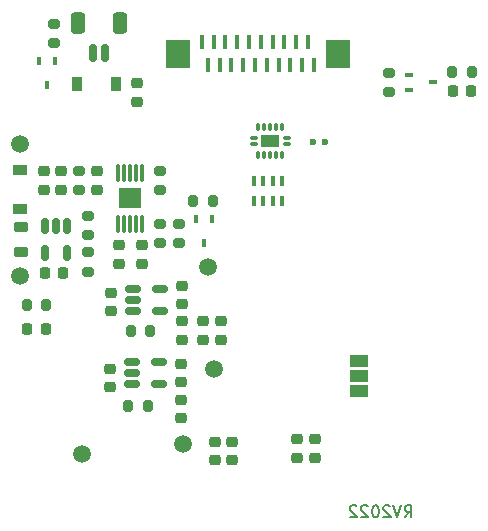
<source format=gbr>
%TF.GenerationSoftware,KiCad,Pcbnew,6.0.0-d3dd2cf0fa~116~ubuntu20.04.1*%
%TF.CreationDate,2022-01-19T11:27:03+02:00*%
%TF.ProjectId,isc0901b0-breakout,69736330-3930-4316-9230-2d627265616b,rev2*%
%TF.SameCoordinates,Original*%
%TF.FileFunction,Soldermask,Bot*%
%TF.FilePolarity,Negative*%
%FSLAX46Y46*%
G04 Gerber Fmt 4.6, Leading zero omitted, Abs format (unit mm)*
G04 Created by KiCad (PCBNEW 6.0.0-d3dd2cf0fa~116~ubuntu20.04.1) date 2022-01-19 11:27:03*
%MOMM*%
%LPD*%
G01*
G04 APERTURE LIST*
G04 Aperture macros list*
%AMRoundRect*
0 Rectangle with rounded corners*
0 $1 Rounding radius*
0 $2 $3 $4 $5 $6 $7 $8 $9 X,Y pos of 4 corners*
0 Add a 4 corners polygon primitive as box body*
4,1,4,$2,$3,$4,$5,$6,$7,$8,$9,$2,$3,0*
0 Add four circle primitives for the rounded corners*
1,1,$1+$1,$2,$3*
1,1,$1+$1,$4,$5*
1,1,$1+$1,$6,$7*
1,1,$1+$1,$8,$9*
0 Add four rect primitives between the rounded corners*
20,1,$1+$1,$2,$3,$4,$5,0*
20,1,$1+$1,$4,$5,$6,$7,0*
20,1,$1+$1,$6,$7,$8,$9,0*
20,1,$1+$1,$8,$9,$2,$3,0*%
G04 Aperture macros list end*
%ADD10C,0.200000*%
%ADD11C,0.600000*%
%ADD12RoundRect,0.008202X0.291798X0.116798X-0.291798X0.116798X-0.291798X-0.116798X0.291798X-0.116798X0*%
%ADD13RoundRect,0.008202X0.116798X-0.291798X0.116798X0.291798X-0.116798X0.291798X-0.116798X-0.291798X0*%
%ADD14RoundRect,0.032808X0.717192X-0.467192X0.717192X0.467192X-0.717192X0.467192X-0.717192X-0.467192X0*%
%ADD15RoundRect,0.200000X-0.200000X-0.275000X0.200000X-0.275000X0.200000X0.275000X-0.200000X0.275000X0*%
%ADD16RoundRect,0.200000X0.275000X-0.200000X0.275000X0.200000X-0.275000X0.200000X-0.275000X-0.200000X0*%
%ADD17R,0.700000X0.450000*%
%ADD18RoundRect,0.218750X-0.218750X-0.256250X0.218750X-0.256250X0.218750X0.256250X-0.218750X0.256250X0*%
%ADD19RoundRect,0.225000X-0.250000X0.225000X-0.250000X-0.225000X0.250000X-0.225000X0.250000X0.225000X0*%
%ADD20RoundRect,0.225000X0.250000X-0.225000X0.250000X0.225000X-0.250000X0.225000X-0.250000X-0.225000X0*%
%ADD21RoundRect,0.225000X-0.225000X-0.250000X0.225000X-0.250000X0.225000X0.250000X-0.225000X0.250000X0*%
%ADD22R,1.200000X0.900000*%
%ADD23RoundRect,0.218750X0.256250X-0.218750X0.256250X0.218750X-0.256250X0.218750X-0.256250X-0.218750X0*%
%ADD24R,1.500000X1.000000*%
%ADD25RoundRect,0.218750X0.381250X-0.218750X0.381250X0.218750X-0.381250X0.218750X-0.381250X-0.218750X0*%
%ADD26RoundRect,0.200000X-0.275000X0.200000X-0.275000X-0.200000X0.275000X-0.200000X0.275000X0.200000X0*%
%ADD27RoundRect,0.150000X-0.512500X-0.150000X0.512500X-0.150000X0.512500X0.150000X-0.512500X0.150000X0*%
%ADD28RoundRect,0.218750X0.218750X0.256250X-0.218750X0.256250X-0.218750X-0.256250X0.218750X-0.256250X0*%
%ADD29RoundRect,0.200000X0.200000X0.275000X-0.200000X0.275000X-0.200000X-0.275000X0.200000X-0.275000X0*%
%ADD30RoundRect,0.150000X-0.150000X0.512500X-0.150000X-0.512500X0.150000X-0.512500X0.150000X0.512500X0*%
%ADD31RoundRect,0.075000X-0.075000X0.650000X-0.075000X-0.650000X0.075000X-0.650000X0.075000X0.650000X0*%
%ADD32R,1.880000X1.680000*%
%ADD33R,0.450000X0.700000*%
%ADD34R,0.900000X1.200000*%
%ADD35RoundRect,0.218750X-0.256250X0.218750X-0.256250X-0.218750X0.256250X-0.218750X0.256250X0.218750X0*%
%ADD36RoundRect,0.150000X0.150000X0.625000X-0.150000X0.625000X-0.150000X-0.625000X0.150000X-0.625000X0*%
%ADD37RoundRect,0.250000X0.350000X0.650000X-0.350000X0.650000X-0.350000X-0.650000X0.350000X-0.650000X0*%
%ADD38C,1.500000*%
%ADD39R,0.400000X0.900000*%
%ADD40R,0.400000X1.150000*%
%ADD41R,2.000000X2.400000*%
G04 APERTURE END LIST*
D10*
X78873809Y-138952380D02*
X79207142Y-138476190D01*
X79445238Y-138952380D02*
X79445238Y-137952380D01*
X79064285Y-137952380D01*
X78969047Y-138000000D01*
X78921428Y-138047619D01*
X78873809Y-138142857D01*
X78873809Y-138285714D01*
X78921428Y-138380952D01*
X78969047Y-138428571D01*
X79064285Y-138476190D01*
X79445238Y-138476190D01*
X78588095Y-137952380D02*
X78254761Y-138952380D01*
X77921428Y-137952380D01*
X77635714Y-138047619D02*
X77588095Y-138000000D01*
X77492857Y-137952380D01*
X77254761Y-137952380D01*
X77159523Y-138000000D01*
X77111904Y-138047619D01*
X77064285Y-138142857D01*
X77064285Y-138238095D01*
X77111904Y-138380952D01*
X77683333Y-138952380D01*
X77064285Y-138952380D01*
X76445238Y-137952380D02*
X76350000Y-137952380D01*
X76254761Y-138000000D01*
X76207142Y-138047619D01*
X76159523Y-138142857D01*
X76111904Y-138333333D01*
X76111904Y-138571428D01*
X76159523Y-138761904D01*
X76207142Y-138857142D01*
X76254761Y-138904761D01*
X76350000Y-138952380D01*
X76445238Y-138952380D01*
X76540476Y-138904761D01*
X76588095Y-138857142D01*
X76635714Y-138761904D01*
X76683333Y-138571428D01*
X76683333Y-138333333D01*
X76635714Y-138142857D01*
X76588095Y-138047619D01*
X76540476Y-138000000D01*
X76445238Y-137952380D01*
X75730952Y-138047619D02*
X75683333Y-138000000D01*
X75588095Y-137952380D01*
X75350000Y-137952380D01*
X75254761Y-138000000D01*
X75207142Y-138047619D01*
X75159523Y-138142857D01*
X75159523Y-138238095D01*
X75207142Y-138380952D01*
X75778571Y-138952380D01*
X75159523Y-138952380D01*
X74778571Y-138047619D02*
X74730952Y-138000000D01*
X74635714Y-137952380D01*
X74397619Y-137952380D01*
X74302380Y-138000000D01*
X74254761Y-138047619D01*
X74207142Y-138142857D01*
X74207142Y-138238095D01*
X74254761Y-138380952D01*
X74826190Y-138952380D01*
X74207142Y-138952380D01*
D11*
%TO.C,U6*%
X72100000Y-107200000D03*
X71100000Y-107200000D03*
%TD*%
D12*
%TO.C,U5*%
X66100000Y-106850000D03*
D13*
X66500000Y-105950000D03*
X67000000Y-105950000D03*
X67500000Y-105950000D03*
X68000000Y-105950000D03*
X68500000Y-105950000D03*
D11*
X68000000Y-107100000D03*
D12*
X68900000Y-106850000D03*
D14*
X67500000Y-107100000D03*
D11*
X67000000Y-107100000D03*
D12*
X68900000Y-107350000D03*
D13*
X68500000Y-108250000D03*
X68000000Y-108250000D03*
X67500000Y-108250000D03*
X67000000Y-108250000D03*
X66500000Y-108250000D03*
D12*
X66100000Y-107350000D03*
%TD*%
D15*
%TO.C,R13*%
X82912500Y-101250000D03*
X84562500Y-101250000D03*
%TD*%
D16*
%TO.C,R1*%
X77537500Y-102975000D03*
X77537500Y-101325000D03*
%TD*%
D17*
%TO.C,Q3*%
X79237500Y-102800000D03*
X79237500Y-101500000D03*
X81237500Y-102150000D03*
%TD*%
D18*
%TO.C,D1*%
X82950000Y-102850000D03*
X84525000Y-102850000D03*
%TD*%
D19*
%TO.C,C1*%
X71300000Y-132375000D03*
X71300000Y-133925000D03*
%TD*%
%TO.C,C2*%
X62800000Y-132575000D03*
X62800000Y-134125000D03*
%TD*%
%TO.C,C3*%
X69800000Y-132375000D03*
X69800000Y-133925000D03*
%TD*%
%TO.C,C4*%
X64300000Y-132575000D03*
X64300000Y-134125000D03*
%TD*%
D20*
%TO.C,C5*%
X63300000Y-123925000D03*
X63300000Y-122375000D03*
%TD*%
%TO.C,C6*%
X61800000Y-123925000D03*
X61800000Y-122375000D03*
%TD*%
D21*
%TO.C,C7*%
X48425000Y-118300000D03*
X49975000Y-118300000D03*
%TD*%
D19*
%TO.C,C8*%
X52800000Y-109675000D03*
X52800000Y-111225000D03*
%TD*%
%TO.C,C9*%
X48300000Y-109675000D03*
X48300000Y-111225000D03*
%TD*%
D20*
%TO.C,C10*%
X53900000Y-127925000D03*
X53900000Y-126375000D03*
%TD*%
%TO.C,C11*%
X54000000Y-121525000D03*
X54000000Y-119975000D03*
%TD*%
D19*
%TO.C,C12*%
X49800000Y-109675000D03*
X49800000Y-111225000D03*
%TD*%
D20*
%TO.C,C13*%
X59900000Y-127525000D03*
X59900000Y-125975000D03*
%TD*%
%TO.C,C14*%
X60000000Y-120925000D03*
X60000000Y-119375000D03*
%TD*%
D22*
%TO.C,D2*%
X46300000Y-109600000D03*
X46300000Y-112900000D03*
%TD*%
D23*
%TO.C,FB1*%
X59900000Y-130587500D03*
X59900000Y-129012500D03*
%TD*%
D24*
%TO.C,JP1*%
X75000000Y-125700000D03*
X75000000Y-127000000D03*
X75000000Y-128300000D03*
%TD*%
D25*
%TO.C,L1*%
X46400000Y-116512500D03*
X46400000Y-114387500D03*
%TD*%
D26*
%TO.C,R2*%
X52100000Y-116525000D03*
X52100000Y-118175000D03*
%TD*%
%TO.C,R3*%
X51300000Y-109625000D03*
X51300000Y-111275000D03*
%TD*%
%TO.C,R4*%
X52100000Y-113425000D03*
X52100000Y-115075000D03*
%TD*%
D15*
%TO.C,R5*%
X55475000Y-129550000D03*
X57125000Y-129550000D03*
%TD*%
%TO.C,R6*%
X55675000Y-123150000D03*
X57325000Y-123150000D03*
%TD*%
D27*
%TO.C,U2*%
X55762500Y-127700000D03*
X55762500Y-126750000D03*
X55762500Y-125800000D03*
X58037500Y-125800000D03*
X58037500Y-127700000D03*
%TD*%
%TO.C,U3*%
X55862500Y-121500000D03*
X55862500Y-120550000D03*
X55862500Y-119600000D03*
X58137500Y-119600000D03*
X58137500Y-121500000D03*
%TD*%
D28*
%TO.C,D3*%
X48487500Y-123000000D03*
X46912500Y-123000000D03*
%TD*%
D29*
%TO.C,R11*%
X48525000Y-121000000D03*
X46875000Y-121000000D03*
%TD*%
D30*
%TO.C,U1*%
X48420000Y-114322500D03*
X49370000Y-114322500D03*
X50320000Y-114322500D03*
X50320000Y-116597500D03*
X48420000Y-116597500D03*
%TD*%
D31*
%TO.C,U4*%
X54600000Y-109800000D03*
X55100000Y-109800000D03*
X55600000Y-109800000D03*
X56100000Y-109800000D03*
X56600000Y-109800000D03*
X56600000Y-114100000D03*
X56100000Y-114100000D03*
X55600000Y-114100000D03*
X55100000Y-114100000D03*
X54600000Y-114100000D03*
D32*
X55600000Y-111950000D03*
%TD*%
D26*
%TO.C,R8*%
X59800000Y-114125000D03*
X59800000Y-115775000D03*
%TD*%
D33*
%TO.C,Q1*%
X61250000Y-113750000D03*
X62550000Y-113750000D03*
X61900000Y-115750000D03*
%TD*%
D15*
%TO.C,R7*%
X60975000Y-112150000D03*
X62625000Y-112150000D03*
%TD*%
D26*
%TO.C,R10*%
X58200000Y-114125000D03*
X58200000Y-115775000D03*
%TD*%
%TO.C,R9*%
X58200000Y-109625000D03*
X58200000Y-111275000D03*
%TD*%
D23*
%TO.C,FB3*%
X54700000Y-117525000D03*
X54700000Y-115950000D03*
%TD*%
D20*
%TO.C,C15*%
X56600000Y-117500000D03*
X56600000Y-115950000D03*
%TD*%
D23*
%TO.C,FB2*%
X60000000Y-123937500D03*
X60000000Y-122362500D03*
%TD*%
D34*
%TO.C,D4*%
X54450000Y-102300000D03*
X51150000Y-102300000D03*
%TD*%
D35*
%TO.C,FB4*%
X56200000Y-102212500D03*
X56200000Y-103787500D03*
%TD*%
D33*
%TO.C,Q2*%
X47950000Y-100350000D03*
X49250000Y-100350000D03*
X48600000Y-102350000D03*
%TD*%
D16*
%TO.C,R12*%
X49200000Y-98825000D03*
X49200000Y-97175000D03*
%TD*%
D36*
%TO.C,J5*%
X53500000Y-99625000D03*
X52500000Y-99625000D03*
D37*
X54800000Y-97100000D03*
X51200000Y-97100000D03*
%TD*%
D38*
%TO.C,TP1_5V1*%
X46350000Y-118550000D03*
%TD*%
%TO.C,TP2_12V1*%
X46350000Y-107400000D03*
%TD*%
%TO.C,TP3_3V3*%
X60150000Y-132750000D03*
%TD*%
%TO.C,TP4_2V5*%
X62700000Y-126450000D03*
%TD*%
%TO.C,TP5_VBIAS1*%
X62250000Y-117800000D03*
%TD*%
%TO.C,TP6_GND1*%
X51600000Y-133600000D03*
%TD*%
D39*
%TO.C,RN1*%
X66900000Y-110450000D03*
X67700000Y-110450000D03*
X66100000Y-110450000D03*
X68500000Y-110450000D03*
X66100000Y-112150000D03*
X66900000Y-112150000D03*
X67700000Y-112150000D03*
X68500000Y-112150000D03*
%TD*%
D40*
%TO.C,J1*%
X61700000Y-98725000D03*
X62200000Y-100675000D03*
X62700000Y-98725000D03*
X63200000Y-100675000D03*
X63700000Y-98725000D03*
X64200000Y-100675000D03*
X64700000Y-98725000D03*
X65200000Y-100675000D03*
X65700000Y-98725000D03*
X66200000Y-100675000D03*
X66700000Y-98725000D03*
X67200000Y-100675000D03*
X67700000Y-98725000D03*
X68200000Y-100675000D03*
X68700000Y-98725000D03*
X69200000Y-100675000D03*
X69700000Y-98725000D03*
X70200000Y-100675000D03*
X70700000Y-98725000D03*
X71200000Y-100675000D03*
D41*
X59700000Y-99700000D03*
X73200000Y-99700000D03*
%TD*%
M02*

</source>
